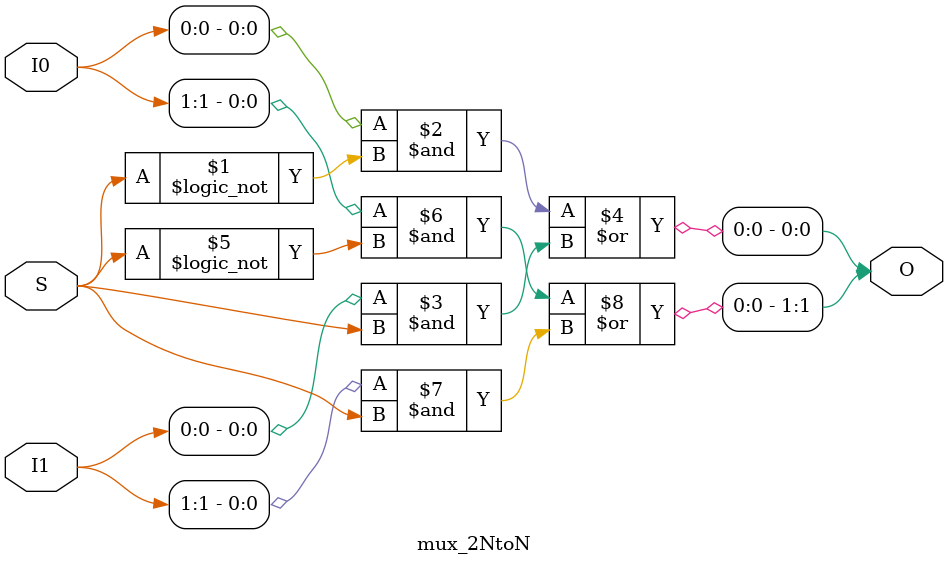
<source format=sv>
module mux_2NtoN
	# (parameter N = 2)
	  (/*clk,*/ I0, I1, S, O);
	
	//input logic clk;
	input logic [N-1:0] I0;
	input logic [N-1:0] I1;
	input logic S;
	
	output logic [N-1:0]  O;
	
	//always_ff @ (posedge clk) begin


	genvar i;

	generate
	
		for (i = 0; i < N; i++) begin : f1
			
			assign O[i] = (I0[i] & !S) | (I1[i] & S);
			
		end
	
	endgenerate
	  
endmodule

</source>
